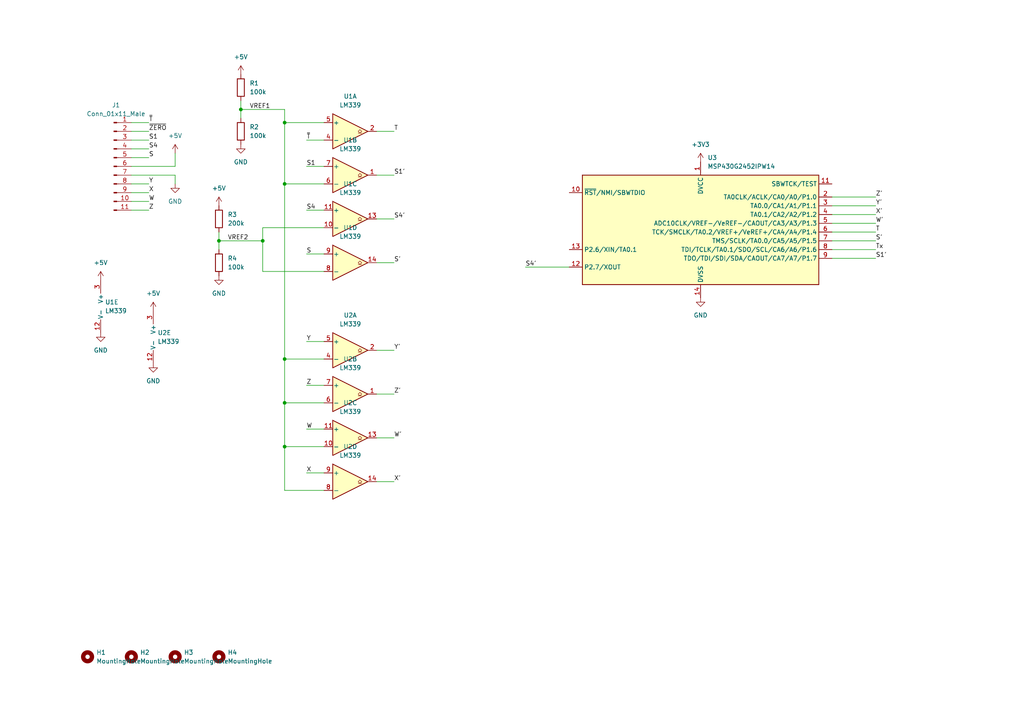
<source format=kicad_sch>
(kicad_sch (version 20211123) (generator eeschema)
  (paper "A4")
  (lib_symbols
    (symbol "Comparator:LM339" (pin_names (offset 0.127))
      (property "Reference" "U" (at 0 5.08 0))
      (property "Value" "LM339" (at 0 -5.08 0))
      (symbol "LM339_1_1"
        (polyline (pts (xy -5.08 5.08) (xy 5.08 0) (xy -5.08 -5.08) (xy -5.08 5.08)) (stroke (width 0.254)) (fill (type background)))
        (polyline (pts (xy 3.302 -0.508) (xy 2.794 -0.508) (xy 3.302 0) (xy 2.794 0.508) (xy 2.286 0) (xy 2.794 -0.508) (xy 2.286 -0.508)) (stroke (width 0.127)))
        (pin open_collector line (at 7.62 0 180) (length 2.54) (name "~") (number "2"))
        (pin input line (at -7.62 -2.54 0) (length 2.54) (name "-") (number "4"))
        (pin input line (at -7.62 2.54 0) (length 2.54) (name "+") (number "5"))
      )
      (symbol "LM339_2_1"
        (polyline (pts (xy -5.08 5.08) (xy 5.08 0) (xy -5.08 -5.08) (xy -5.08 5.08)) (stroke (width 0.254)) (fill (type background)))
        (polyline (pts (xy 3.302 -0.508) (xy 2.794 -0.508) (xy 3.302 0) (xy 2.794 0.508) (xy 2.286 0) (xy 2.794 -0.508) (xy 2.286 -0.508)) (stroke (width 0.127)))
        (pin open_collector line (at 7.62 0 180) (length 2.54) (name "~") (number "1"))
        (pin input line (at -7.62 -2.54 0) (length 2.54) (name "-") (number "6"))
        (pin input line (at -7.62 2.54 0) (length 2.54) (name "+") (number "7"))
      )
      (symbol "LM339_3_1"
        (polyline (pts (xy -5.08 5.08) (xy 5.08 0) (xy -5.08 -5.08) (xy -5.08 5.08)) (stroke (width 0.254)) (fill (type background)))
        (polyline (pts (xy 3.302 -0.508) (xy 2.794 -0.508) (xy 3.302 0) (xy 2.794 0.508) (xy 2.286 0) (xy 2.794 -0.508) (xy 2.286 -0.508)) (stroke (width 0.127)))
        (pin input line (at -7.62 -2.54 0) (length 2.54) (name "-") (number "10"))
        (pin input line (at -7.62 2.54 0) (length 2.54) (name "+") (number "11"))
        (pin open_collector line (at 7.62 0 180) (length 2.54) (name "~") (number "13"))
      )
      (symbol "LM339_4_1"
        (polyline (pts (xy -5.08 5.08) (xy 5.08 0) (xy -5.08 -5.08) (xy -5.08 5.08)) (stroke (width 0.254)) (fill (type background)))
        (polyline (pts (xy 3.302 -0.508) (xy 2.794 -0.508) (xy 3.302 0) (xy 2.794 0.508) (xy 2.286 0) (xy 2.794 -0.508) (xy 2.286 -0.508)) (stroke (width 0.127)))
        (pin open_collector line (at 7.62 0 180) (length 2.54) (name "~") (number "14"))
        (pin input line (at -7.62 -2.54 0) (length 2.54) (name "-") (number "8"))
        (pin input line (at -7.62 2.54 0) (length 2.54) (name "+") (number "9"))
      )
      (symbol "LM339_5_1"
        (pin power_in line (at -2.54 -7.62 90) (length 3.81) (name "V-") (number "12"))
        (pin power_in line (at -2.54 7.62 270) (length 3.81) (name "V+") (number "3"))
      )
    )
    (symbol "Connector:Conn_01x11_Male" (pin_names (offset 1.016) hide)
      (property "Reference" "J" (at 0 15.24 0))
      (property "Value" "Conn_01x11_Male" (at 0 -15.24 0))
      (symbol "Conn_01x11_Male_1_1"
        (polyline (pts (xy 1.27 -12.7) (xy 0.8636 -12.7)) (stroke (width 0.1524)))
        (polyline (pts (xy 1.27 -10.16) (xy 0.8636 -10.16)) (stroke (width 0.1524)))
        (polyline (pts (xy 1.27 -7.62) (xy 0.8636 -7.62)) (stroke (width 0.1524)))
        (polyline (pts (xy 1.27 -5.08) (xy 0.8636 -5.08)) (stroke (width 0.1524)))
        (polyline (pts (xy 1.27 -2.54) (xy 0.8636 -2.54)) (stroke (width 0.1524)))
        (polyline (pts (xy 1.27 0) (xy 0.8636 0)) (stroke (width 0.1524)))
        (polyline (pts (xy 1.27 2.54) (xy 0.8636 2.54)) (stroke (width 0.1524)))
        (polyline (pts (xy 1.27 5.08) (xy 0.8636 5.08)) (stroke (width 0.1524)))
        (polyline (pts (xy 1.27 7.62) (xy 0.8636 7.62)) (stroke (width 0.1524)))
        (polyline (pts (xy 1.27 10.16) (xy 0.8636 10.16)) (stroke (width 0.1524)))
        (polyline (pts (xy 1.27 12.7) (xy 0.8636 12.7)) (stroke (width 0.1524)))
        (rectangle (start 0.8636 -12.573) (end 0 -12.827) (stroke (width 0.1524)) (fill (type outline)))
        (rectangle (start 0.8636 -10.033) (end 0 -10.287) (stroke (width 0.1524)) (fill (type outline)))
        (rectangle (start 0.8636 -7.493) (end 0 -7.747) (stroke (width 0.1524)) (fill (type outline)))
        (rectangle (start 0.8636 -4.953) (end 0 -5.207) (stroke (width 0.1524)) (fill (type outline)))
        (rectangle (start 0.8636 -2.413) (end 0 -2.667) (stroke (width 0.1524)) (fill (type outline)))
        (rectangle (start 0.8636 0.127) (end 0 -0.127) (stroke (width 0.1524)) (fill (type outline)))
        (rectangle (start 0.8636 2.667) (end 0 2.413) (stroke (width 0.1524)) (fill (type outline)))
        (rectangle (start 0.8636 5.207) (end 0 4.953) (stroke (width 0.1524)) (fill (type outline)))
        (rectangle (start 0.8636 7.747) (end 0 7.493) (stroke (width 0.1524)) (fill (type outline)))
        (rectangle (start 0.8636 10.287) (end 0 10.033) (stroke (width 0.1524)) (fill (type outline)))
        (rectangle (start 0.8636 12.827) (end 0 12.573) (stroke (width 0.1524)) (fill (type outline)))
        (pin passive line (at 5.08 12.7 180) (length 3.81) (name "Pin_1") (number "1"))
        (pin passive line (at 5.08 -10.16 180) (length 3.81) (name "Pin_10") (number "10"))
        (pin passive line (at 5.08 -12.7 180) (length 3.81) (name "Pin_11") (number "11"))
        (pin passive line (at 5.08 10.16 180) (length 3.81) (name "Pin_2") (number "2"))
        (pin passive line (at 5.08 7.62 180) (length 3.81) (name "Pin_3") (number "3"))
        (pin passive line (at 5.08 5.08 180) (length 3.81) (name "Pin_4") (number "4"))
        (pin passive line (at 5.08 2.54 180) (length 3.81) (name "Pin_5") (number "5"))
        (pin passive line (at 5.08 0 180) (length 3.81) (name "Pin_6") (number "6"))
        (pin passive line (at 5.08 -2.54 180) (length 3.81) (name "Pin_7") (number "7"))
        (pin passive line (at 5.08 -5.08 180) (length 3.81) (name "Pin_8") (number "8"))
        (pin passive line (at 5.08 -7.62 180) (length 3.81) (name "Pin_9") (number "9"))
      )
    )
    (symbol "Device:R" (pin_numbers hide) (pin_names (offset 0))
      (property "Reference" "R" (at 2.032 0 90))
      (property "Value" "R" (at 0 0 90))
      (symbol "R_0_1"
        (rectangle (start -1.016 -2.54) (end 1.016 2.54) (stroke (width 0.254)))
      )
      (symbol "R_1_1"
        (pin passive line (at 0 3.81 270) (length 1.27) (name "~") (number "1"))
        (pin passive line (at 0 -3.81 90) (length 1.27) (name "~") (number "2"))
      )
    )
    (symbol "MCU_Texas_MSP430:MSP430G2452IPW14"
      (property "Reference" "U" (at -33.02 17.78 0))
      (property "Value" "MSP430G2452IPW14" (at 26.67 -16.51 0))
      (symbol "MSP430G2452IPW14_0_1"
        (rectangle (start -34.29 16.51) (end 34.29 -15.24) (stroke (width 0.254)) (fill (type background)))
      )
      (symbol "MSP430G2452IPW14_1_1"
        (pin power_in line (at 0 20.32 270) (length 3.81) (name "DVCC") (number "1"))
        (pin input line (at -38.1 11.43 0) (length 3.81) (name "~{RST}/NMI/SBWTDIO") (number "10"))
        (pin input line (at 38.1 13.97 180) (length 3.81) (name "SBWTCK/TEST") (number "11"))
        (pin bidirectional line (at -38.1 -10.16 0) (length 3.81) (name "P2.7/XOUT") (number "12"))
        (pin bidirectional line (at -38.1 -5.08 0) (length 3.81) (name "P2.6/XIN/TA0.1") (number "13"))
        (pin power_in line (at 0 -19.05 90) (length 3.81) (name "DVSS") (number "14"))
        (pin bidirectional line (at 38.1 10.16 180) (length 3.81) (name "TA0CLK/ACLK/CA0/A0/P1.0") (number "2"))
        (pin bidirectional line (at 38.1 7.62 180) (length 3.81) (name "TA0.0/CA1/A1/P1.1") (number "3"))
        (pin bidirectional line (at 38.1 5.08 180) (length 3.81) (name "TA0.1/CA2/A2/P1.2") (number "4"))
        (pin bidirectional line (at 38.1 2.54 180) (length 3.81) (name "ADC10CLK/VREF-/VeREF-/CAOUT/CA3/A3/P1.3") (number "5"))
        (pin bidirectional line (at 38.1 0 180) (length 3.81) (name "TCK/SMCLK/TA0.2/VREF+/VeREF+/CA4/A4/P1.4") (number "6"))
        (pin bidirectional line (at 38.1 -2.54 180) (length 3.81) (name "TMS/SCLK/TA0.0/CA5/A5/P1.5") (number "7"))
        (pin bidirectional line (at 38.1 -5.08 180) (length 3.81) (name "TDI/TCLK/TA0.1/SDO/SCL/CA6/A6/P1.6") (number "8"))
        (pin bidirectional line (at 38.1 -7.62 180) (length 3.81) (name "TDO/TDI/SDI/SDA/CAOUT/CA7/A7/P1.7") (number "9"))
      )
    )
    (symbol "Mechanical:MountingHole" (pin_names (offset 1.016))
      (property "Reference" "H" (at 0 5.08 0))
      (property "Value" "MountingHole" (at 0 3.175 0))
      (symbol "MountingHole_0_1"
        (circle (center 0 0) (radius 1.27) (stroke (width 1.27)))
      )
    )
    (symbol "power:+3.3V" (power) (pin_names (offset 0))
      (property "Value" "+3.3V" (at 0 3.556 0))
      (symbol "+3.3V_0_1"
        (polyline (pts (xy -0.762 1.27) (xy 0 2.54)))
        (polyline (pts (xy 0 0) (xy 0 2.54)))
        (polyline (pts (xy 0 2.54) (xy 0.762 1.27)))
      )
      (symbol "+3.3V_1_1"
        (pin power_in line (at 0 0 90) (length 0) hide (name "+3V3") (number "1"))
      )
    )
    (symbol "power:+5V" (power) (pin_names (offset 0))
      (property "Value" "+5V" (at 0 3.556 0))
      (symbol "+5V_0_1"
        (polyline (pts (xy -0.762 1.27) (xy 0 2.54)))
        (polyline (pts (xy 0 0) (xy 0 2.54)))
        (polyline (pts (xy 0 2.54) (xy 0.762 1.27)))
      )
      (symbol "+5V_1_1"
        (pin power_in line (at 0 0 90) (length 0) hide (name "+5V") (number "1"))
      )
    )
    (symbol "power:GND" (power) (pin_names (offset 0))
      (property "Value" "GND" (at 0 -3.81 0))
      (symbol "GND_0_1"
        (polyline (pts (xy 0 0) (xy 0 -1.27) (xy 1.27 -1.27) (xy 0 -2.54) (xy -1.27 -1.27) (xy 0 -1.27)))
      )
      (symbol "GND_1_1"
        (pin power_in line (at 0 0 270) (length 0) hide (name "GND") (number "1"))
      )
    )
  )
  (junction (at 82.55 116.84))
  (junction (at 82.55 35.56))
  (junction (at 63.5 69.85))
  (junction (at 82.55 104.14))
  (junction (at 69.85 31.75))
  (junction (at 82.55 53.34))
  (junction (at 76.2 69.85))
  (junction (at 82.55 129.54))
  (wire (pts (xy 38.1 50.8) (xy 50.8 50.8)))
  (wire (pts (xy 241.3 62.23) (xy 254 62.23)))
  (wire (pts (xy 109.22 127) (xy 114.3 127)))
  (wire (pts (xy 109.22 50.8) (xy 114.3 50.8)))
  (wire (pts (xy 93.98 116.84) (xy 82.55 116.84)))
  (wire (pts (xy 93.98 142.24) (xy 82.55 142.24)))
  (wire (pts (xy 82.55 35.56) (xy 93.98 35.56)))
  (wire (pts (xy 109.22 139.7) (xy 114.3 139.7)))
  (wire (pts (xy 76.2 69.85) (xy 63.5 69.85)))
  (wire (pts (xy 88.9 111.76) (xy 93.98 111.76)))
  (wire (pts (xy 93.98 104.14) (xy 82.55 104.14)))
  (wire (pts (xy 38.1 38.1) (xy 43.18 38.1)))
  (wire (pts (xy 38.1 60.96) (xy 43.18 60.96)))
  (wire (pts (xy 93.98 66.04) (xy 76.2 66.04)))
  (wire (pts (xy 93.98 53.34) (xy 82.55 53.34)))
  (wire (pts (xy 88.9 124.46) (xy 93.98 124.46)))
  (wire (pts (xy 109.22 38.1) (xy 114.3 38.1)))
  (wire (pts (xy 88.9 99.06) (xy 93.98 99.06)))
  (wire (pts (xy 93.98 129.54) (xy 82.55 129.54)))
  (wire (pts (xy 82.55 116.84) (xy 82.55 104.14)))
  (wire (pts (xy 93.98 78.74) (xy 76.2 78.74)))
  (wire (pts (xy 63.5 69.85) (xy 63.5 72.39)))
  (wire (pts (xy 82.55 31.75) (xy 69.85 31.75)))
  (wire (pts (xy 38.1 45.72) (xy 43.18 45.72)))
  (wire (pts (xy 241.3 67.31) (xy 254 67.31)))
  (wire (pts (xy 88.9 60.96) (xy 93.98 60.96)))
  (wire (pts (xy 241.3 57.15) (xy 254 57.15)))
  (wire (pts (xy 88.9 48.26) (xy 93.98 48.26)))
  (wire (pts (xy 82.55 129.54) (xy 82.55 116.84)))
  (wire (pts (xy 109.22 76.2) (xy 114.3 76.2)))
  (wire (pts (xy 76.2 66.04) (xy 76.2 69.85)))
  (wire (pts (xy 241.3 64.77) (xy 254 64.77)))
  (wire (pts (xy 109.22 114.3) (xy 114.3 114.3)))
  (wire (pts (xy 50.8 44.45) (xy 50.8 48.26)))
  (wire (pts (xy 82.55 142.24) (xy 82.55 129.54)))
  (wire (pts (xy 109.22 63.5) (xy 114.3 63.5)))
  (wire (pts (xy 241.3 69.85) (xy 254 69.85)))
  (wire (pts (xy 76.2 78.74) (xy 76.2 69.85)))
  (wire (pts (xy 152.4 77.47) (xy 165.1 77.47)))
  (wire (pts (xy 88.9 73.66) (xy 93.98 73.66)))
  (wire (pts (xy 38.1 43.18) (xy 43.18 43.18)))
  (wire (pts (xy 241.3 72.39) (xy 254 72.39)))
  (wire (pts (xy 38.1 53.34) (xy 43.18 53.34)))
  (wire (pts (xy 69.85 31.75) (xy 69.85 29.21)))
  (wire (pts (xy 38.1 58.42) (xy 43.18 58.42)))
  (wire (pts (xy 109.22 101.6) (xy 114.3 101.6)))
  (wire (pts (xy 82.55 104.14) (xy 82.55 53.34)))
  (wire (pts (xy 50.8 50.8) (xy 50.8 53.34)))
  (wire (pts (xy 38.1 48.26) (xy 50.8 48.26)))
  (wire (pts (xy 38.1 40.64) (xy 43.18 40.64)))
  (wire (pts (xy 38.1 35.56) (xy 43.18 35.56)))
  (wire (pts (xy 82.55 31.75) (xy 82.55 35.56)))
  (wire (pts (xy 88.9 137.16) (xy 93.98 137.16)))
  (wire (pts (xy 241.3 59.69) (xy 254 59.69)))
  (wire (pts (xy 82.55 35.56) (xy 82.55 53.34)))
  (wire (pts (xy 63.5 69.85) (xy 63.5 67.31)))
  (wire (pts (xy 241.3 74.93) (xy 254 74.93)))
  (wire (pts (xy 38.1 55.88) (xy 43.18 55.88)))
  (wire (pts (xy 69.85 31.75) (xy 69.85 34.29)))
  (wire (pts (xy 88.9 40.64) (xy 93.98 40.64)))
  (label "Z" (at 88.9 111.76 0))
  (label "~{ZERO}" (at 43.18 38.1 0))
  (label "X" (at 43.18 55.88 0))
  (label "W" (at 43.18 58.42 0))
  (label "Z'" (at 254 57.15 0))
  (label "S1" (at 88.9 48.26 0))
  (label "VREF1" (at 72.39 31.75 0))
  (label "T" (at 254 67.31 0))
  (label "Z'" (at 114.3 114.3 0))
  (label "Z" (at 43.18 60.96 0))
  (label "S4'" (at 152.4 77.47 0))
  (label "T" (at 114.3 38.1 0))
  (label "S" (at 88.9 73.66 0))
  (label "~{T}" (at 43.18 35.56 0))
  (label "S" (at 43.18 45.72 0))
  (label "S1'" (at 114.3 50.8 0))
  (label "X" (at 88.9 137.16 0))
  (label "S'" (at 114.3 76.2 0))
  (label "S4'" (at 114.3 63.5 0))
  (label "W" (at 88.9 124.46 0))
  (label "Tx" (at 254 72.39 0))
  (label "Y'" (at 114.3 101.6 0))
  (label "S4" (at 43.18 43.18 0))
  (label "S'" (at 254 69.85 0))
  (label "W'" (at 114.3 127 0))
  (label "VREF2" (at 66.04 69.85 0))
  (label "~{T}" (at 88.9 40.64 0))
  (label "Y" (at 88.9 99.06 0))
  (label "Y'" (at 254 59.69 0))
  (label "X'" (at 254 62.23 0))
  (label "S4" (at 88.9 60.96 0))
  (label "X'" (at 114.3 139.7 0))
  (label "S1" (at 43.18 40.64 0))
  (label "Y" (at 43.18 53.34 0))
  (label "W'" (at 254 64.77 0))
  (label "S1'" (at 254 74.93 0))
  (symbol (lib_id "Comparator:LM339") (at 101.6 76.2 0) (unit 4)
    (property "Reference" "U1" (at 101.6 66.04 0))
    (property "Value" "LM339" (at 101.6 68.58 0))
    (property "Footprint" "Package_SO:SOIC-14_3.9x8.7mm_P1.27mm" (effects hide))
    (property "Datasheet" "https://www.st.com/resource/en/datasheet/lm139.pdf" (effects hide))
  )
  (symbol (lib_id "power:+5V") (at 44.45 90.17 0) (unit 1)
    (property "Reference" "#PWR0105" (effects hide))
    (property "Value" "+5V" (at 44.45 85.09 0))
  )
  (symbol (lib_id "Device:R") (at 69.85 25.4 0) (unit 1)
    (property "Reference" "R1" (at 72.39 24.1299 0) (effects (justify left)))
    (property "Value" "100k" (at 72.39 26.6699 0) (effects (justify left)))
    (property "Footprint" "Resistor_SMD:R_0805_2012Metric" (effects hide))
  )
  (symbol (lib_id "Comparator:LM339") (at 46.99 97.79 0) (unit 5)
    (property "Reference" "U2" (at 45.72 96.5199 0) (effects (justify left)))
    (property "Value" "LM339" (at 45.72 99.0599 0) (effects (justify left)))
    (property "Footprint" "Package_SO:SOIC-14_3.9x8.7mm_P1.27mm" (effects hide))
    (property "Datasheet" "https://www.st.com/resource/en/datasheet/lm139.pdf" (effects hide))
  )
  (symbol (lib_id "power:+5V") (at 50.8 44.45 0) (unit 1)
    (property "Reference" "#PWR0102" (effects hide))
    (property "Value" "+5V" (at 50.8 39.37 0))
  )
  (symbol (lib_id "power:GND") (at 203.2 86.36 0) (unit 1)
    (property "Reference" "#PWR0103" (effects hide))
    (property "Value" "GND" (at 203.2 91.44 0))
  )
  (symbol (lib_id "Mechanical:MountingHole") (at 50.8 190.5 0) (unit 1)
    (property "Reference" "H3" (at 53.34 189.2299 0) (effects (justify left)))
    (property "Value" "MountingHole" (at 53.34 191.7699 0) (effects (justify left)))
    (property "Footprint" "MountingHole:MountingHole_3.2mm_M3" (effects hide))
  )
  (symbol (lib_id "power:GND") (at 69.85 41.91 0) (unit 1)
    (property "Reference" "#PWR0109" (effects hide))
    (property "Value" "GND" (at 69.85 46.99 0))
  )
  (symbol (lib_id "Mechanical:MountingHole") (at 63.5 190.5 0) (unit 1)
    (property "Reference" "H4" (at 66.04 189.2299 0) (effects (justify left)))
    (property "Value" "MountingHole" (at 66.04 191.7699 0) (effects (justify left)))
    (property "Footprint" "MountingHole:MountingHole_3.2mm_M3" (effects hide))
  )
  (symbol (lib_id "Connector:Conn_01x11_Male") (at 33.02 48.26 0) (unit 1)
    (property "Reference" "J1" (at 33.655 30.48 0))
    (property "Value" "Conn_01x11_Male" (at 33.655 33.02 0))
    (property "Footprint" "Connector_PinHeader_2.54mm:PinHeader_1x11_P2.54mm_Vertical" (effects hide))
  )
  (symbol (lib_id "Comparator:LM339") (at 101.6 114.3 0) (unit 2)
    (property "Reference" "U2" (at 101.6 104.14 0))
    (property "Value" "LM339" (at 101.6 106.68 0))
    (property "Footprint" "Package_SO:SOIC-14_3.9x8.7mm_P1.27mm" (effects hide))
    (property "Datasheet" "https://www.st.com/resource/en/datasheet/lm139.pdf" (effects hide))
  )
  (symbol (lib_id "Comparator:LM339") (at 101.6 63.5 0) (unit 3)
    (property "Reference" "U1" (at 101.6 53.34 0))
    (property "Value" "LM339" (at 101.6 55.88 0))
    (property "Footprint" "Package_SO:SOIC-14_3.9x8.7mm_P1.27mm" (effects hide))
    (property "Datasheet" "https://www.st.com/resource/en/datasheet/lm139.pdf" (effects hide))
  )
  (symbol (lib_id "power:GND") (at 44.45 105.41 0) (unit 1)
    (property "Reference" "#PWR0107" (effects hide))
    (property "Value" "GND" (at 44.45 110.49 0))
  )
  (symbol (lib_id "Device:R") (at 69.85 38.1 0) (unit 1)
    (property "Reference" "R2" (at 72.39 36.8299 0) (effects (justify left)))
    (property "Value" "100k" (at 72.39 39.3699 0) (effects (justify left)))
    (property "Footprint" "Resistor_SMD:R_0805_2012Metric" (effects hide))
  )
  (symbol (lib_id "Device:R") (at 63.5 76.2 0) (unit 1)
    (property "Reference" "R4" (at 66.04 74.9299 0) (effects (justify left)))
    (property "Value" "100k" (at 66.04 77.4699 0) (effects (justify left)))
    (property "Footprint" "Resistor_SMD:R_0805_2012Metric" (effects hide))
  )
  (symbol (lib_id "power:+5V") (at 63.5 59.69 0) (unit 1)
    (property "Reference" "#PWR0108" (effects hide))
    (property "Value" "+5V" (at 63.5 54.61 0))
  )
  (symbol (lib_id "power:+3.3V") (at 203.2 46.99 0) (unit 1)
    (property "Reference" "#PWR0111" (effects hide))
    (property "Value" "+3.3V" (at 203.2 41.91 0))
  )
  (symbol (lib_id "Comparator:LM339") (at 101.6 38.1 0) (unit 1)
    (property "Reference" "U1" (at 101.6 27.94 0))
    (property "Value" "LM339" (at 101.6 30.48 0))
    (property "Footprint" "Package_SO:SOIC-14_3.9x8.7mm_P1.27mm" (effects hide))
    (property "Datasheet" "https://www.st.com/resource/en/datasheet/lm139.pdf" (effects hide))
  )
  (symbol (lib_id "power:GND") (at 29.21 96.52 0) (unit 1)
    (property "Reference" "#PWR0106" (effects hide))
    (property "Value" "GND" (at 29.21 101.6 0))
  )
  (symbol (lib_id "Comparator:LM339") (at 101.6 50.8 0) (unit 2)
    (property "Reference" "U1" (at 101.6 40.64 0))
    (property "Value" "LM339" (at 101.6 43.18 0))
    (property "Footprint" "Package_SO:SOIC-14_3.9x8.7mm_P1.27mm" (effects hide))
    (property "Datasheet" "https://www.st.com/resource/en/datasheet/lm139.pdf" (effects hide))
  )
  (symbol (lib_id "Mechanical:MountingHole") (at 25.4 190.5 0) (unit 1)
    (property "Reference" "H1" (at 27.94 189.2299 0) (effects (justify left)))
    (property "Value" "MountingHole" (at 27.94 191.7699 0) (effects (justify left)))
    (property "Footprint" "MountingHole:MountingHole_3.2mm_M3" (effects hide))
  )
  (symbol (lib_id "Comparator:LM339") (at 101.6 139.7 0) (unit 4)
    (property "Reference" "U2" (at 101.6 129.54 0))
    (property "Value" "LM339" (at 101.6 132.08 0))
    (property "Footprint" "Package_SO:SOIC-14_3.9x8.7mm_P1.27mm" (effects hide))
    (property "Datasheet" "https://www.st.com/resource/en/datasheet/lm139.pdf" (effects hide))
  )
  (symbol (lib_id "Comparator:LM339") (at 31.75 88.9 0) (unit 5)
    (property "Reference" "U1" (at 30.48 87.6299 0) (effects (justify left)))
    (property "Value" "LM339" (at 30.48 90.1699 0) (effects (justify left)))
    (property "Footprint" "Package_SO:SOIC-14_3.9x8.7mm_P1.27mm" (effects hide))
    (property "Datasheet" "https://www.st.com/resource/en/datasheet/lm139.pdf" (effects hide))
  )
  (symbol (lib_id "power:GND") (at 50.8 53.34 0) (unit 1)
    (property "Reference" "#PWR0101" (effects hide))
    (property "Value" "GND" (at 50.8 58.42 0))
  )
  (symbol (lib_id "Device:R") (at 63.5 63.5 0) (unit 1)
    (property "Reference" "R3" (at 66.04 62.2299 0) (effects (justify left)))
    (property "Value" "200k" (at 66.04 64.7699 0) (effects (justify left)))
    (property "Footprint" "Resistor_SMD:R_0805_2012Metric" (effects hide))
  )
  (symbol (lib_id "power:+5V") (at 29.21 81.28 0) (unit 1)
    (property "Reference" "#PWR0104" (effects hide))
    (property "Value" "+5V" (at 29.21 76.2 0))
  )
  (symbol (lib_id "MCU_Texas_MSP430:MSP430G2452IPW14") (at 203.2 67.31 0) (unit 1)
    (property "Reference" "U3" (at 205.2194 45.72 0) (effects (justify left)))
    (property "Value" "MSP430G2452IPW14" (at 205.2194 48.26 0) (effects (justify left)))
    (property "Footprint" "Package_SO:TSSOP-14_4.4x5mm_P0.65mm" (effects hide))
    (property "Datasheet" "http://www.ti.com/lit/ds/symlink/msp430g2452.pdf" (effects hide))
  )
  (symbol (lib_id "Comparator:LM339") (at 101.6 101.6 0) (unit 1)
    (property "Reference" "U2" (at 101.6 91.44 0))
    (property "Value" "LM339" (at 101.6 93.98 0))
    (property "Footprint" "Package_SO:SOIC-14_3.9x8.7mm_P1.27mm" (effects hide))
    (property "Datasheet" "https://www.st.com/resource/en/datasheet/lm139.pdf" (effects hide))
  )
  (symbol (lib_id "Comparator:LM339") (at 101.6 127 0) (unit 3)
    (property "Reference" "U2" (at 101.6 116.84 0))
    (property "Value" "LM339" (at 101.6 119.38 0))
    (property "Footprint" "Package_SO:SOIC-14_3.9x8.7mm_P1.27mm" (effects hide))
    (property "Datasheet" "https://www.st.com/resource/en/datasheet/lm139.pdf" (effects hide))
  )
  (symbol (lib_id "power:+5V") (at 69.85 21.59 0) (unit 1)
    (property "Reference" "#PWR0110" (effects hide))
    (property "Value" "+5V" (at 69.85 16.51 0))
  )
  (symbol (lib_id "Mechanical:MountingHole") (at 38.1 190.5 0) (unit 1)
    (property "Reference" "H2" (at 40.64 189.2299 0) (effects (justify left)))
    (property "Value" "MountingHole" (at 40.64 191.7699 0) (effects (justify left)))
    (property "Footprint" "MountingHole:MountingHole_3.2mm_M3" (effects hide))
  )
  (symbol (lib_id "power:GND") (at 63.5 80.01 0) (unit 1)
    (property "Reference" "#PWR0112" (effects hide))
    (property "Value" "GND" (at 63.5 85.09 0))
  )
)
</source>
